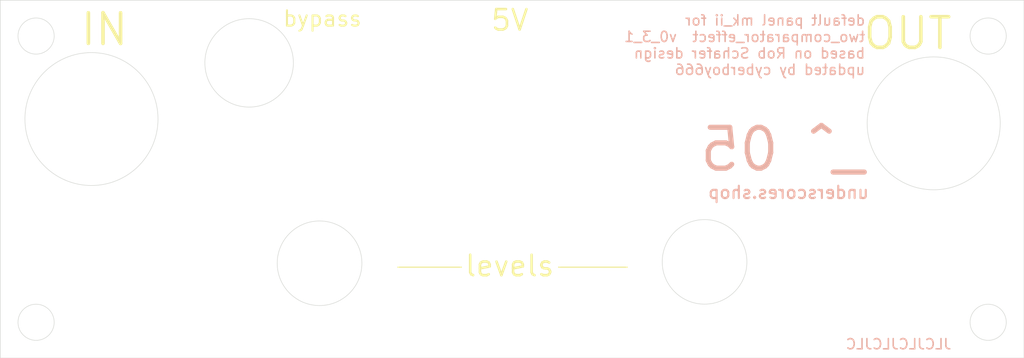
<source format=kicad_pcb>
(kicad_pcb (version 20211014) (generator pcbnew)

  (general
    (thickness 1.6)
  )

  (paper "A4")
  (title_block
    (title "two_comparator_effect_panel")
    (date "2022-01-31")
    (rev "v0_3_1")
    (company "based on Rob Schafer design, updated by cyberboy666")
  )

  (layers
    (0 "F.Cu" signal)
    (31 "B.Cu" signal)
    (32 "B.Adhes" user "B.Adhesive")
    (33 "F.Adhes" user "F.Adhesive")
    (34 "B.Paste" user)
    (35 "F.Paste" user)
    (36 "B.SilkS" user "B.Silkscreen")
    (37 "F.SilkS" user "F.Silkscreen")
    (38 "B.Mask" user)
    (39 "F.Mask" user)
    (40 "Dwgs.User" user "User.Drawings")
    (41 "Cmts.User" user "User.Comments")
    (42 "Eco1.User" user "User.Eco1")
    (43 "Eco2.User" user "User.Eco2")
    (44 "Edge.Cuts" user)
    (45 "Margin" user)
    (46 "B.CrtYd" user "B.Courtyard")
    (47 "F.CrtYd" user "F.Courtyard")
    (48 "B.Fab" user)
    (49 "F.Fab" user)
  )

  (setup
    (pad_to_mask_clearance 0.051)
    (solder_mask_min_width 0.25)
    (pcbplotparams
      (layerselection 0x00010fc_ffffffff)
      (disableapertmacros false)
      (usegerberextensions false)
      (usegerberattributes false)
      (usegerberadvancedattributes false)
      (creategerberjobfile false)
      (svguseinch false)
      (svgprecision 6)
      (excludeedgelayer true)
      (plotframeref false)
      (viasonmask false)
      (mode 1)
      (useauxorigin false)
      (hpglpennumber 1)
      (hpglpenspeed 20)
      (hpglpendiameter 15.000000)
      (dxfpolygonmode true)
      (dxfimperialunits true)
      (dxfusepcbnewfont true)
      (psnegative false)
      (psa4output false)
      (plotreference true)
      (plotvalue false)
      (plotinvisibletext false)
      (sketchpadsonfab false)
      (subtractmaskfromsilk false)
      (outputformat 1)
      (mirror false)
      (drillshape 0)
      (scaleselection 1)
      (outputdirectory "two_comparator_effect_v0_3_1_default_panel_mk_ii/")
    )
  )

  (net 0 "")

  (gr_line (start 144.54 71.11) (end 151.24 71.11) (layer "F.SilkS") (width 0.12) (tstamp 1add3e4c-1f6f-4148-af4c-bc2217e39d91))
  (gr_line (start 135.04 71.11) (end 128.84 71.11) (layer "F.SilkS") (width 0.12) (tstamp 2e987f74-7407-4bc1-97b5-65a704f64d70))
  (gr_line (start 90 80) (end 90 45) (layer "Edge.Cuts") (width 0.05) (tstamp 00000000-0000-0000-0000-00005ee5070b))
  (gr_line (start 190 80) (end 90 80) (layer "Edge.Cuts") (width 0.05) (tstamp 00000000-0000-0000-0000-00005f23ee9d))
  (gr_circle (center 121.19 70.726545) (end 124.641465 73.006545) (layer "Edge.Cuts") (width 0.05) (fill none) (tstamp 00000000-0000-0000-0000-000062169aea))
  (gr_circle (center 98.91 56.62) (end 105.41 56.62) (layer "Edge.Cuts") (width 0.05) (fill none) (tstamp 00000000-0000-0000-0000-000062169aec))
  (gr_circle (center 181.18 57.04) (end 187.68 57.04) (layer "Edge.Cuts") (width 0.05) (fill none) (tstamp 00000000-0000-0000-0000-000062169af1))
  (gr_circle (center 114.31 51.126545) (end 117.91 53.52) (layer "Edge.Cuts") (width 0.05) (fill none) (tstamp 00000000-0000-0000-0000-000062169af6))
  (gr_circle (center 93.5 76.5) (end 94.75 77.75) (layer "Edge.Cuts") (width 0.05) (fill none) (tstamp 39a29ed1-b387-490e-82d1-c8e9ce3c7c82))
  (gr_line (start 90 45) (end 190 45) (layer "Edge.Cuts") (width 0.05) (tstamp 54ce8bac-c157-43ee-b4e5-15fd8c593fb0))
  (gr_line (start 190 45) (end 190 80) (layer "Edge.Cuts") (width 0.05) (tstamp 660e3dd1-c88c-4712-842d-28f8ad47e9b8))
  (gr_circle (center 158.798535 70.59) (end 162.25 72.87) (layer "Edge.Cuts") (width 0.05) (fill none) (tstamp 66a19c59-71c0-47da-93ea-90998044db17))
  (gr_circle (center 93.5 48.5) (end 94.75 49.75) (layer "Edge.Cuts") (width 0.05) (fill none) (tstamp 7b8307de-2ae5-496f-b6fa-0834d1f584a6))
  (gr_circle (center 186.5 48.5) (end 187.75 49.75) (layer "Edge.Cuts") (width 0.05) (fill none) (tstamp 992b39db-e280-48b2-8988-0ae37e232701))
  (gr_circle (center 186.5 76.5) (end 187.75 77.75) (layer "Edge.Cuts") (width 0.05) (fill none) (tstamp f900ea44-a4a7-4654-aace-c665c2ea9fe6))
  (gr_text "default panel mk_ii for\ntwo_comparator_effect  v0_3_1\nbased on Rob Schafer design\nupdated by cyberboy666 " (at 174.57 49.38) (layer "B.SilkS") (tstamp 00000000-0000-0000-0000-00005f23eef4)
    (effects (font (size 1 1) (thickness 0.15)) (justify left mirror))
  )
  (gr_text "underscores.shop" (at 167 63.8) (layer "B.SilkS") (tstamp 3bf65fca-9b67-4586-81f9-1a223da4069b)
    (effects (font (size 1.2 1.2) (thickness 0.2)) (justify mirror))
  )
  (gr_text "_^ 05" (at 166.4 59.6) (layer "B.SilkS") (tstamp 3d4e69c8-2e23-4290-88ce-a809ec2970ed)
    (effects (font (size 4 4) (thickness 0.5)) (justify mirror))
  )
  (gr_text "JLCJLCJLCJLC" (at 177.75 78.64) (layer "B.SilkS") (tstamp c9e4dabe-cd12-4930-a38d-2cd24f710a27)
    (effects (font (size 1 1) (thickness 0.15)) (justify mirror))
  )
  (gr_text "OUT" (at 178.64 48.24) (layer "F.SilkS") (tstamp 00000000-0000-0000-0000-00005ee52563)
    (effects (font (size 3 3) (thickness 0.35)))
  )
  (gr_text "5V" (at 139.78 46.95) (layer "F.SilkS") (tstamp 00000000-0000-0000-0000-00005ee52575)
    (effects (font (size 2 2) (thickness 0.25)))
  )
  (gr_text "levels" (at 139.76 70.98) (layer "F.SilkS") (tstamp 00000000-0000-0000-0000-00005f3456fa)
    (effects (font (size 2 2) (thickness 0.25)))
  )
  (gr_text "bypass" (at 121.47 46.8) (layer "F.SilkS") (tstamp 00000000-0000-0000-0000-000062169c37)
    (effects (font (size 1.5 1.5) (thickness 0.2)))
  )
  (gr_text "IN" (at 100.18 47.85) (layer "F.SilkS") (tstamp 5b52cce1-5c4f-4ae5-83fe-def257ffe616)
    (effects (font (size 3 3) (thickness 0.35)))
  )

)

</source>
